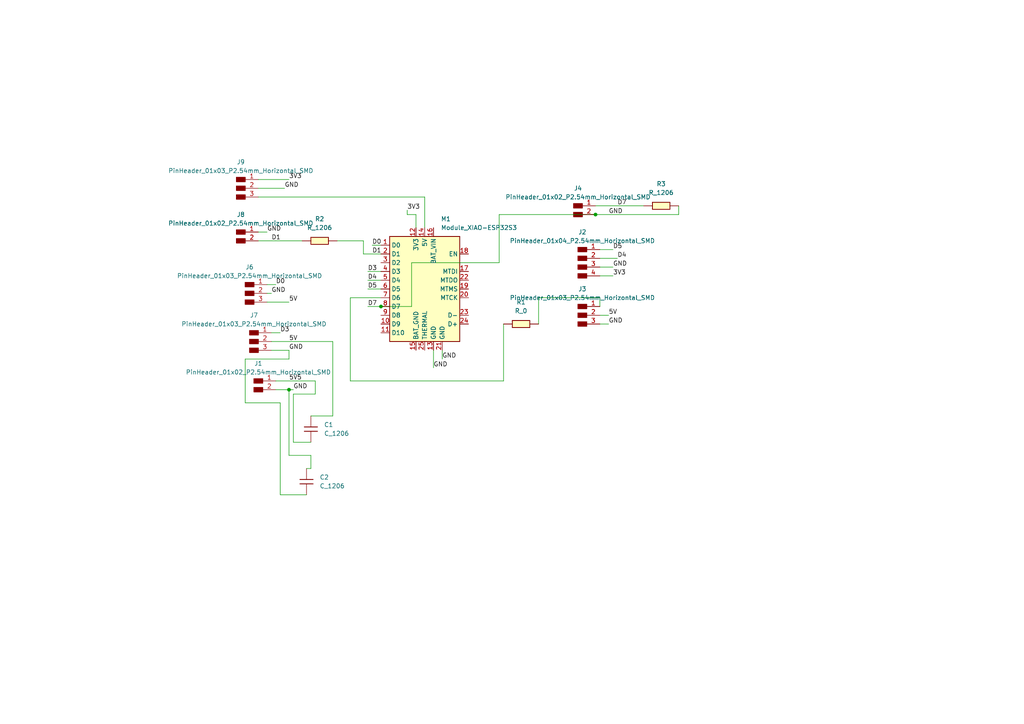
<source format=kicad_sch>
(kicad_sch (version 20250114) (generator "eeschema") (generator_version "9.0")
  (paper "A4")
  (lib_symbols
    (symbol "fab:C_1206" (pin_numbers (hide yes))
      (property "Reference" "C" (at 0.635 2.54 0))
      (property "Value" "C_1206" (at 0.635 -2.54 0))
      (symbol "C_1206_1_1"
        (polyline (pts (xy -1.905 0.635) (xy 1.905 0.635)) (stroke (width 0.25)))
        (polyline (pts (xy -1.905 -0.635) (xy 1.905 -0.635)) (stroke (width 0.25)))
        (pin passive line (at 0 3.81 270) (length 3.175) (name "~") (number "1"))
        (pin passive line (at 0 -3.81 90) (length 3.175) (name "~") (number "2"))
      )
    )
    (symbol "fab:Module_XIAO-ESP32S3"
      (property "Reference" "M" (at -10.16 16.51 0))
      (property "Value" "Module_XIAO-ESP32S3" (at 3.81 16.51 0))
      (symbol "Module_XIAO-ESP32S3_1_1"
        (rectangle (start -10.16 15.24) (end 10.16 -15.24) (stroke (width 0.254)) (fill (type background)))
        (pin bidirectional line (at -12.7 12.7 0) (length 2.54) (name "D0") (number "1"))
        (pin bidirectional line (at -12.7 10.16 0) (length 2.54) (name "D1") (number "2"))
        (pin bidirectional line (at -12.7 7.62 0) (length 2.54) (name "D2") (number "3"))
        (pin bidirectional line (at -12.7 5.08 0) (length 2.54) (name "D3") (number "4"))
        (pin bidirectional line (at -12.7 2.54 0) (length 2.54) (name "D4") (number "5"))
        (pin bidirectional line (at -12.7 0 0) (length 2.54) (name "D5") (number "6"))
        (pin bidirectional line (at -12.7 -2.54 0) (length 2.54) (name "D6") (number "7"))
        (pin bidirectional line (at -12.7 -5.08 0) (length 2.54) (name "D7") (number "8"))
        (pin bidirectional line (at -12.7 -7.62 0) (length 2.54) (name "D8") (number "9"))
        (pin bidirectional line (at -12.7 -10.16 0) (length 2.54) (name "D9") (number "10"))
        (pin bidirectional line (at -12.7 -12.7 0) (length 2.54) (name "D10") (number "11"))
        (pin power_in line (at -2.54 17.78 270) (length 2.54) (name "3V3") (number "12"))
        (pin power_in line (at -2.54 -17.78 90) (length 2.54) (name "BAT_GND") (number "15"))
        (pin power_in line (at 0 17.78 270) (length 2.54) (name "5V") (number "14"))
        (pin power_in line (at 0 -17.78 90) (length 2.54) (name "THERMAL") (number "25"))
        (pin power_in line (at 2.54 17.78 270) (length 2.54) (name "BAT_VIN") (number "16"))
        (pin power_in line (at 2.54 -17.78 90) (length 2.54) (name "GND") (number "13"))
        (pin power_in line (at 5.08 -17.78 90) (length 2.54) (name "GND") (number "21"))
        (pin input line (at 12.7 10.16 180) (length 2.54) (name "EN") (number "18"))
        (pin input line (at 12.7 5.08 180) (length 2.54) (name "MTDI") (number "17"))
        (pin output line (at 12.7 2.54 180) (length 2.54) (name "MTDO") (number "22"))
        (pin input line (at 12.7 0 180) (length 2.54) (name "MTMS") (number "19"))
        (pin input line (at 12.7 -2.54 180) (length 2.54) (name "MTCK") (number "20"))
        (pin bidirectional line (at 12.7 -7.62 180) (length 2.54) (name "D-") (number "23"))
        (pin bidirectional line (at 12.7 -10.16 180) (length 2.54) (name "D+") (number "24"))
      )
    )
    (symbol "fab:PinHeader_01x02_P2.54mm_Horizontal_SMD" (pin_names (hide yes))
      (property "Reference" "J" (at 0 2.54 0))
      (property "Value" "PinHeader_01x02_P2.54mm_Horizontal_SMD" (at 0 -5.08 0))
      (symbol "PinHeader_01x02_P2.54mm_Horizontal_SMD_1_1"
        (rectangle (start -1.27 0.635) (end 1.27 -0.635) (stroke (width 0.254)) (fill (type outline)))
        (rectangle (start -1.27 -1.905) (end 1.27 -3.175) (stroke (width 0.254)) (fill (type outline)))
        (pin passive line (at 5.08 0 180) (length 3.81) (name "Pin_1") (number "1"))
        (pin passive line (at 5.08 -2.54 180) (length 3.81) (name "Pin_2") (number "2"))
      )
    )
    (symbol "fab:PinHeader_01x03_P2.54mm_Horizontal_SMD" (pin_names (hide yes))
      (property "Reference" "J" (at 0 5.08 0))
      (property "Value" "PinHeader_01x03_P2.54mm_Horizontal_SMD" (at 0 -5.08 0))
      (symbol "PinHeader_01x03_P2.54mm_Horizontal_SMD_1_1"
        (rectangle (start -1.27 3.175) (end 1.27 1.905) (stroke (width 0.254)) (fill (type outline)))
        (rectangle (start -1.27 0.635) (end 1.27 -0.635) (stroke (width 0.254)) (fill (type outline)))
        (rectangle (start -1.27 -1.905) (end 1.27 -3.175) (stroke (width 0.254)) (fill (type outline)))
        (pin passive line (at 5.08 2.54 180) (length 3.81) (name "Pin_1") (number "1"))
        (pin passive line (at 5.08 0 180) (length 3.81) (name "Pin_2") (number "2"))
        (pin passive line (at 5.08 -2.54 180) (length 3.81) (name "Pin_3") (number "3"))
      )
    )
    (symbol "fab:PinHeader_01x04_P2.54mm_Horizontal_SMD" (pin_names (hide yes))
      (property "Reference" "J" (at 0 5.08 0))
      (property "Value" "PinHeader_01x04_P2.54mm_Horizontal_SMD" (at 0 -7.62 0))
      (symbol "PinHeader_01x04_P2.54mm_Horizontal_SMD_1_1"
        (rectangle (start -1.27 3.175) (end 1.27 1.905) (stroke (width 0.254)) (fill (type outline)))
        (rectangle (start -1.27 0.635) (end 1.27 -0.635) (stroke (width 0.254)) (fill (type outline)))
        (rectangle (start -1.27 -1.905) (end 1.27 -3.175) (stroke (width 0.254)) (fill (type outline)))
        (rectangle (start -1.27 -4.445) (end 1.27 -5.715) (stroke (width 0.254)) (fill (type outline)))
        (pin passive line (at 5.08 2.54 180) (length 3.81) (name "Pin_1") (number "1"))
        (pin passive line (at 5.08 0 180) (length 3.81) (name "Pin_2") (number "2"))
        (pin passive line (at 5.08 -2.54 180) (length 3.81) (name "Pin_3") (number "3"))
        (pin passive line (at 5.08 -5.08 180) (length 3.81) (name "Pin_4") (number "4"))
      )
    )
    (symbol "fab:R_1206" (pin_numbers (hide yes)) (pin_names (offset 0))
      (property "Reference" "R" (at 2.54 0 90))
      (property "Value" "R_1206" (at -2.54 0 90))
      (symbol "R_1206_0_1"
        (rectangle (start -1.016 -2.54) (end 1.016 2.54) (stroke (width 0.254)) (fill (type background)))
      )
      (symbol "R_1206_1_1"
        (pin passive line (at 0 5.08 270) (length 2.54) (name "~") (number "1"))
        (pin passive line (at 0 -5.08 90) (length 2.54) (name "~") (number "2"))
      )
    )
  )
  (junction (at 110.49 88.9))
  (junction (at 172.72 62.23))
  (junction (at 83.82 113.03))
  (wire (pts (xy 71.12 116.84) (xy 71.12 104.14)))
  (wire (pts (xy 83.82 87.63) (xy 77.47 87.63)))
  (wire (pts (xy 146.05 110.49) (xy 101.6 110.49)))
  (wire (pts (xy 91.44 114.3) (xy 91.44 110.49)))
  (wire (pts (xy 82.55 54.61) (xy 74.93 54.61)))
  (wire (pts (xy 90.17 135.89) (xy 88.9 135.89)))
  (wire (pts (xy 196.85 59.69) (xy 196.85 62.23)))
  (wire (pts (xy 177.8 77.47) (xy 173.99 77.47)))
  (wire (pts (xy 118.11 62.23) (xy 120.65 62.23)))
  (wire (pts (xy 120.65 62.23) (xy 120.65 66.04)))
  (wire (pts (xy 78.74 99.06) (xy 96.52 99.06)))
  (wire (pts (xy 90.17 120.65) (xy 96.52 120.65)))
  (wire (pts (xy 74.93 69.85) (xy 87.63 69.85)))
  (wire (pts (xy 83.82 101.6) (xy 83.82 104.14)))
  (wire (pts (xy 177.8 80.01) (xy 173.99 80.01)))
  (wire (pts (xy 173.99 86.36) (xy 156.21 86.36)))
  (wire (pts (xy 83.82 113.03) (xy 85.09 113.03)))
  (wire (pts (xy 77.47 67.31) (xy 74.93 67.31)))
  (wire (pts (xy 106.68 78.74) (xy 110.49 78.74)))
  (wire (pts (xy 80.01 113.03) (xy 83.82 113.03)))
  (wire (pts (xy 81.28 143.51) (xy 81.28 116.84)))
  (wire (pts (xy 176.53 93.98) (xy 173.99 93.98)))
  (wire (pts (xy 85.09 114.3) (xy 91.44 114.3)))
  (wire (pts (xy 83.82 113.03) (xy 83.82 132.08)))
  (wire (pts (xy 90.17 128.27) (xy 85.09 128.27)))
  (wire (pts (xy 74.93 57.15) (xy 123.19 57.15)))
  (wire (pts (xy 90.17 135.89) (xy 90.17 132.08)))
  (wire (pts (xy 125.73 106.68) (xy 125.73 101.6)))
  (wire (pts (xy 81.28 96.52) (xy 78.74 96.52)))
  (wire (pts (xy 101.6 86.36) (xy 110.49 86.36)))
  (wire (pts (xy 123.19 57.15) (xy 123.19 66.04)))
  (wire (pts (xy 179.07 74.93) (xy 173.99 74.93)))
  (wire (pts (xy 144.78 62.23) (xy 144.78 76.2)))
  (wire (pts (xy 90.17 132.08) (xy 83.82 132.08)))
  (wire (pts (xy 156.21 86.36) (xy 156.21 93.98)))
  (wire (pts (xy 106.68 83.82) (xy 110.49 83.82)))
  (wire (pts (xy 71.12 104.14) (xy 83.82 104.14)))
  (wire (pts (xy 96.52 120.65) (xy 96.52 99.06)))
  (wire (pts (xy 105.41 69.85) (xy 105.41 73.66)))
  (wire (pts (xy 81.28 116.84) (xy 71.12 116.84)))
  (wire (pts (xy 85.09 128.27) (xy 85.09 114.3)))
  (wire (pts (xy 173.99 88.9) (xy 173.99 86.36)))
  (wire (pts (xy 106.68 81.28) (xy 110.49 81.28)))
  (wire (pts (xy 78.74 85.09) (xy 77.47 85.09)))
  (wire (pts (xy 101.6 110.49) (xy 101.6 86.36)))
  (wire (pts (xy 177.8 72.39) (xy 173.99 72.39)))
  (wire (pts (xy 80.01 82.55) (xy 77.47 82.55)))
  (wire (pts (xy 107.95 71.12) (xy 110.49 71.12)))
  (wire (pts (xy 144.78 76.2) (xy 119.38 76.2)))
  (wire (pts (xy 144.78 62.23) (xy 172.72 62.23)))
  (wire (pts (xy 83.82 101.6) (xy 78.74 101.6)))
  (wire (pts (xy 146.05 93.98) (xy 146.05 110.49)))
  (wire (pts (xy 119.38 88.9) (xy 110.49 88.9)))
  (wire (pts (xy 172.72 62.23) (xy 196.85 62.23)))
  (wire (pts (xy 105.41 73.66) (xy 110.49 73.66)))
  (wire (pts (xy 97.79 69.85) (xy 105.41 69.85)))
  (wire (pts (xy 128.27 104.14) (xy 128.27 101.6)))
  (wire (pts (xy 119.38 76.2) (xy 119.38 88.9)))
  (wire (pts (xy 80.01 110.49) (xy 91.44 110.49)))
  (wire (pts (xy 118.11 60.96) (xy 118.11 62.23)))
  (wire (pts (xy 106.68 88.9) (xy 110.49 88.9)))
  (wire (pts (xy 172.72 59.69) (xy 186.69 59.69)))
  (wire (pts (xy 176.53 91.44) (xy 173.99 91.44)))
  (wire (pts (xy 88.9 143.51) (xy 81.28 143.51)))
  (wire (pts (xy 83.82 52.07) (xy 74.93 52.07)))
  (label "GND" (at 176.53 93.98 0))
  (label "GND" (at 77.47 67.31 0))
  (label "D7" (at 179.07 59.69 0))
  (label "D0" (at 107.95 71.12 0))
  (label "3V3" (at 83.82 52.07 0))
  (label "D1" (at 78.74 69.85 0))
  (label "5V5" (at 83.82 110.49 0))
  (label "GND" (at 85.09 113.03 0))
  (label "GND" (at 176.53 62.23 0))
  (label "GND" (at 82.55 54.61 0))
  (label "D3" (at 81.28 96.52 0))
  (label "5V" (at 83.82 99.06 0))
  (label "D4" (at 106.68 81.28 0))
  (label "D1" (at 107.95 73.66 0))
  (label "D3" (at 106.68 78.74 0))
  (label "GND" (at 78.74 85.09 0))
  (label "GND" (at 128.27 104.14 0))
  (label "D5" (at 106.68 83.82 0))
  (label "3V3" (at 177.8 80.01 0))
  (label "D4" (at 179.07 74.93 0))
  (label "D5" (at 177.8 72.39 0))
  (label "5V" (at 176.53 91.44 0))
  (label "D0" (at 80.01 82.55 0))
  (label "GND" (at 125.73 106.68 0))
  (label "GND" (at 83.82 101.6 0))
  (label "GND" (at 177.8 77.47 0))
  (label "D7" (at 106.68 88.9 0))
  (label "3V3" (at 118.11 60.96 0))
  (label "5V" (at 83.82 87.63 0))
  (symbol (lib_id "fab:PinHeader_01x03_P2.54mm_Horizontal_SMD") (at 72.39 85.09 0) (unit 1)
    (property "Reference" "J6" (at 72.39 77.47 0))
    (property "Value" "PinHeader_01x03_P2.54mm_Horizontal_SMD" (at 72.39 80.01 0))
    (property "Footprint" "fab:PinHeader_01x03_P2.54mm_Horizontal_SMD" (effects (hide yes)))
    (property "Description" "Male connector, single row" (effects (hide yes)))
  )
  (symbol (lib_id "fab:R_1206") (at 191.77 59.69 90) (unit 1)
    (property "Reference" "R3" (at 191.77 53.34 90))
    (property "Value" "R_1206" (at 191.77 55.88 90))
    (property "Footprint" "fab:R_1206" (effects (hide yes)))
    (property "Description" "Resistor" (effects (hide yes)))
  )
  (symbol (lib_id "fab:PinHeader_01x04_P2.54mm_Horizontal_SMD") (at 168.91 74.93 0) (unit 1)
    (property "Reference" "J2" (at 168.91 67.31 0))
    (property "Value" "PinHeader_01x04_P2.54mm_Horizontal_SMD" (at 168.91 69.85 0))
    (property "Footprint" "fab:PinHeader_01x04_P2.54mm_Horizontal_SMD" (effects (hide yes)))
    (property "Description" "Male connector, single row" (effects (hide yes)))
  )
  (symbol (lib_id "fab:R_1206") (at 92.71 69.85 90) (unit 1)
    (property "Reference" "R2" (at 92.71 63.5 90))
    (property "Value" "R_1206" (at 92.71 66.04 90))
    (property "Footprint" "fab:R_1206" (effects (hide yes)))
    (property "Description" "Resistor" (effects (hide yes)))
  )
  (symbol (lib_id "fab:R_1206") (at 151.13 93.98 90) (unit 1)
    (property "Reference" "R1" (at 151.13 87.63 90))
    (property "Value" "R_0" (at 151.13 90.17 90))
    (property "Footprint" "fab:R_1206" (effects (hide yes)))
    (property "Description" "Resistor" (effects (hide yes)))
  )
  (symbol (lib_id "fab:C_1206") (at 90.17 124.46 0) (unit 1)
    (property "Reference" "C1" (at 93.98 123.1899 0) (effects (justify left)))
    (property "Value" "C_1206" (at 93.98 125.7299 0) (effects (justify left)))
    (property "Footprint" "fab:C_1206" (effects (hide yes)))
    (property "Datasheet" "https://www.yageo.com/upload/media/product/productsearch/datasheet/mlcc/UPY-GP_NP0_16V-to-50V_18.pdf" (effects (hide yes)))
    (property "Description" "Unpolarized capacitor, SMD, 1206" (effects (hide yes)))
  )
  (symbol (lib_id "fab:PinHeader_01x02_P2.54mm_Horizontal_SMD") (at 74.93 110.49 0) (unit 1)
    (property "Reference" "J1" (at 74.93 105.41 0))
    (property "Value" "PinHeader_01x02_P2.54mm_Horizontal_SMD" (at 74.93 107.95 0))
    (property "Footprint" "fab:PinHeader_01x02_P2.54mm_Horizontal_SMD" (effects (hide yes)))
    (property "Description" "Male connector, single row" (effects (hide yes)))
  )
  (symbol (lib_id "fab:PinHeader_01x03_P2.54mm_Horizontal_SMD") (at 168.91 91.44 0) (unit 1)
    (property "Reference" "J3" (at 168.91 83.82 0))
    (property "Value" "PinHeader_01x03_P2.54mm_Horizontal_SMD" (at 168.91 86.36 0))
    (property "Footprint" "fab:PinHeader_01x03_P2.54mm_Horizontal_SMD" (effects (hide yes)))
    (property "Description" "Male connector, single row" (effects (hide yes)))
  )
  (symbol (lib_id "fab:PinHeader_01x02_P2.54mm_Horizontal_SMD") (at 167.64 59.69 0) (unit 1)
    (property "Reference" "J4" (at 167.64 54.61 0))
    (property "Value" "PinHeader_01x02_P2.54mm_Horizontal_SMD" (at 167.64 57.15 0))
    (property "Footprint" "fab:PinHeader_01x02_P2.54mm_Horizontal_SMD" (effects (hide yes)))
    (property "Description" "Male connector, single row" (effects (hide yes)))
  )
  (symbol (lib_id "fab:PinHeader_01x03_P2.54mm_Horizontal_SMD") (at 69.85 54.61 0) (unit 1)
    (property "Reference" "J9" (at 69.85 46.99 0))
    (property "Value" "PinHeader_01x03_P2.54mm_Horizontal_SMD" (at 69.85 49.53 0))
    (property "Footprint" "fab:PinHeader_01x03_P2.54mm_Horizontal_SMD" (effects (hide yes)))
    (property "Description" "Male connector, single row" (effects (hide yes)))
  )
  (symbol (lib_id "fab:PinHeader_01x03_P2.54mm_Horizontal_SMD") (at 73.66 99.06 0) (unit 1)
    (property "Reference" "J7" (at 73.66 91.44 0))
    (property "Value" "PinHeader_01x03_P2.54mm_Horizontal_SMD" (at 73.66 93.98 0))
    (property "Footprint" "fab:PinHeader_01x03_P2.54mm_Horizontal_SMD" (effects (hide yes)))
    (property "Description" "Male connector, single row" (effects (hide yes)))
  )
  (symbol (lib_id "fab:C_1206") (at 88.9 139.7 0) (unit 1)
    (property "Reference" "C2" (at 92.71 138.4299 0) (effects (justify left)))
    (property "Value" "C_1206" (at 92.71 140.9699 0) (effects (justify left)))
    (property "Footprint" "fab:C_1206" (effects (hide yes)))
    (property "Datasheet" "https://www.yageo.com/upload/media/product/productsearch/datasheet/mlcc/UPY-GP_NP0_16V-to-50V_18.pdf" (effects (hide yes)))
    (property "Description" "Unpolarized capacitor, SMD, 1206" (effects (hide yes)))
  )
  (symbol (lib_id "fab:PinHeader_01x02_P2.54mm_Horizontal_SMD") (at 69.85 67.31 0) (unit 1)
    (property "Reference" "J8" (at 69.85 62.23 0))
    (property "Value" "PinHeader_01x02_P2.54mm_Horizontal_SMD" (at 69.85 64.77 0))
    (property "Footprint" "fab:PinHeader_01x02_P2.54mm_Horizontal_SMD" (effects (hide yes)))
    (property "Description" "Male connector, single row" (effects (hide yes)))
  )
  (symbol (lib_id "fab:Module_XIAO-ESP32S3") (at 123.19 83.82 0) (unit 1)
    (property "Reference" "M1" (at 127.8733 63.5 0) (effects (justify left)))
    (property "Value" "Module_XIAO-ESP32S3" (at 127.8733 66.04 0) (effects (justify left)))
    (property "Footprint" "fab:SeeedStudio_XIAO_ESP32S3" (effects (hide yes)))
    (property "Datasheet" "https://wiki.seeedstudio.com/xiao_esp32s3_getting_started/" (effects (hide yes)))
    (property "Description" "ESP32-C3 Transceiver; 802.11 a/b/g/n (Wi-Fi, WiFi, WLAN), Bluetooth® Smart 4.x Low Energy (BLE) 2.4GHz Evaluation Board" (effects (hide yes)))
  )
)
</source>
